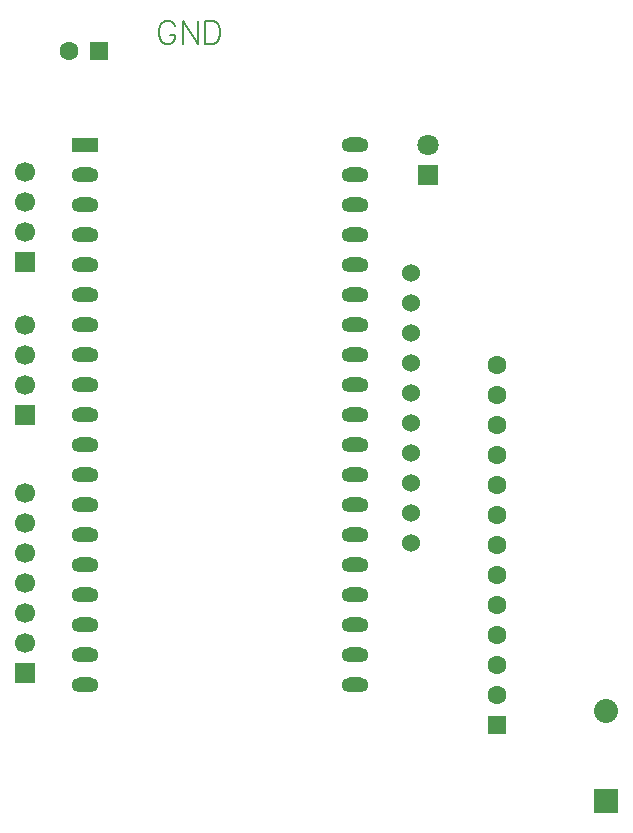
<source format=gtl>
G04 Layer: TopLayer*
G04 EasyEDA v6.5.23, 2023-06-06 20:47:31*
G04 e563b856323e489fb497cbcb29ae2dd2,10*
G04 Gerber Generator version 0.2*
G04 Scale: 100 percent, Rotated: No, Reflected: No *
G04 Dimensions in millimeters *
G04 leading zeros omitted , absolute positions ,4 integer and 5 decimal *
%FSLAX45Y45*%
%MOMM*%

%ADD10C,0.2032*%
%ADD11C,1.5240*%
%ADD12R,2.0320X2.0320*%
%ADD13C,2.0320*%
%ADD14R,2.2860X1.2700*%
%ADD15O,2.286X1.27*%
%ADD16C,1.6000*%
%ADD17R,1.6000X1.6000*%
%ADD18R,1.7000X1.7000*%
%ADD19C,1.7000*%
%ADD20R,1.8000X1.8000*%
%ADD21C,1.8000*%

%LPD*%
D10*
X1522729Y6813550D02*
G01*
X1513586Y6832092D01*
X1495044Y6850634D01*
X1476755Y6859778D01*
X1439671Y6859778D01*
X1421129Y6850634D01*
X1402842Y6832092D01*
X1393444Y6813550D01*
X1384300Y6785863D01*
X1384300Y6739889D01*
X1393444Y6711950D01*
X1402842Y6693662D01*
X1421129Y6675120D01*
X1439671Y6665976D01*
X1476755Y6665976D01*
X1495044Y6675120D01*
X1513586Y6693662D01*
X1522729Y6711950D01*
X1522729Y6739889D01*
X1476755Y6739889D02*
G01*
X1522729Y6739889D01*
X1583689Y6859778D02*
G01*
X1583689Y6665976D01*
X1583689Y6859778D02*
G01*
X1713229Y6665976D01*
X1713229Y6859778D02*
G01*
X1713229Y6665976D01*
X1774189Y6859778D02*
G01*
X1774189Y6665976D01*
X1774189Y6859778D02*
G01*
X1838705Y6859778D01*
X1866392Y6850634D01*
X1884934Y6832092D01*
X1894078Y6813550D01*
X1903476Y6785863D01*
X1903476Y6739889D01*
X1894078Y6711950D01*
X1884934Y6693662D01*
X1866392Y6675120D01*
X1838705Y6665976D01*
X1774189Y6665976D01*
D11*
G01*
X3519980Y2438981D03*
G01*
X3519980Y4724981D03*
G01*
X3519980Y4470981D03*
G01*
X3519980Y4216981D03*
G01*
X3519980Y3962981D03*
G01*
X3519980Y3708981D03*
G01*
X3519980Y3454981D03*
G01*
X3519980Y3200981D03*
G01*
X3519980Y2946981D03*
G01*
X3519980Y2692981D03*
D12*
G01*
X5168900Y254000D03*
D13*
G01*
X5168900Y1015009D03*
D14*
G01*
X756996Y5808992D03*
D15*
G01*
X756996Y5554992D03*
G01*
X756996Y5300992D03*
G01*
X756996Y5046992D03*
G01*
X756996Y4792992D03*
G01*
X756996Y4538992D03*
G01*
X756996Y4284992D03*
G01*
X756996Y4030992D03*
G01*
X756996Y3776992D03*
G01*
X756996Y3522992D03*
G01*
X756996Y3268992D03*
G01*
X756996Y3014992D03*
G01*
X756996Y2760992D03*
G01*
X756996Y2506992D03*
G01*
X756996Y2252992D03*
G01*
X756996Y1998992D03*
G01*
X756996Y1744992D03*
G01*
X756996Y1490992D03*
G01*
X756996Y1236992D03*
G01*
X3042996Y1236992D03*
G01*
X3042996Y1490992D03*
G01*
X3042996Y1744992D03*
G01*
X3042996Y1998992D03*
G01*
X3042996Y2252992D03*
G01*
X3042996Y2506992D03*
G01*
X3042996Y2760992D03*
G01*
X3042996Y3014992D03*
G01*
X3042996Y3268992D03*
G01*
X3042996Y3522992D03*
G01*
X3042996Y3776992D03*
G01*
X3042996Y4030992D03*
G01*
X3042996Y4284992D03*
G01*
X3042996Y4538992D03*
G01*
X3042996Y4792992D03*
G01*
X3042996Y5046992D03*
G01*
X3042996Y5300992D03*
G01*
X3042996Y5554992D03*
G01*
X3042996Y5808992D03*
D16*
G01*
X624306Y6604000D03*
D17*
G01*
X874293Y6604000D03*
D18*
G01*
X249999Y3523990D03*
D19*
G01*
X249999Y3777990D03*
G01*
X249999Y4031990D03*
G01*
X249999Y4285990D03*
D17*
G01*
X4241800Y901700D03*
D16*
G01*
X4241800Y1155700D03*
G01*
X4241800Y1409700D03*
G01*
X4241800Y1663700D03*
G01*
X4241800Y1917700D03*
G01*
X4241800Y2171700D03*
G01*
X4241800Y2425700D03*
G01*
X4241800Y2679700D03*
G01*
X4241800Y2933700D03*
G01*
X4241800Y3187700D03*
G01*
X4241800Y3441700D03*
G01*
X4241800Y3695700D03*
G01*
X4241800Y3949700D03*
D20*
G01*
X3657600Y5552988D03*
D21*
G01*
X3657600Y5806988D03*
D18*
G01*
X249999Y1337995D03*
D19*
G01*
X249999Y1591995D03*
G01*
X249999Y1845995D03*
G01*
X249999Y2099995D03*
G01*
X249999Y2353995D03*
G01*
X249999Y2607995D03*
G01*
X249999Y2861995D03*
D18*
G01*
X249999Y4818989D03*
D19*
G01*
X249999Y5072989D03*
G01*
X249999Y5326989D03*
G01*
X249999Y5580989D03*
M02*

</source>
